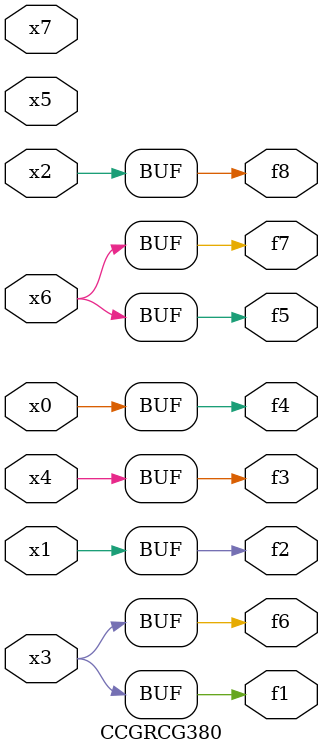
<source format=v>
module CCGRCG380(
	input x0, x1, x2, x3, x4, x5, x6, x7,
	output f1, f2, f3, f4, f5, f6, f7, f8
);
	assign f1 = x3;
	assign f2 = x1;
	assign f3 = x4;
	assign f4 = x0;
	assign f5 = x6;
	assign f6 = x3;
	assign f7 = x6;
	assign f8 = x2;
endmodule

</source>
